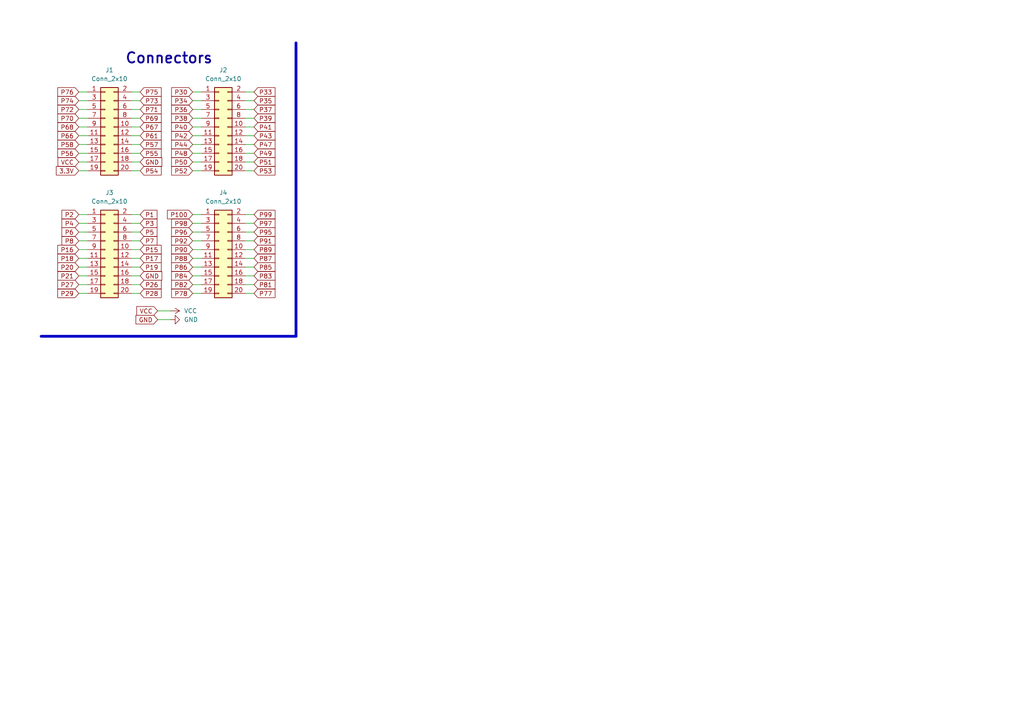
<source format=kicad_sch>
(kicad_sch (version 20250114) (generator "eeschema") (generator_version "9.0")
  (paper "A4")
  (title_block (title "EPM204 Altera board blue") (date "2025-08-29") (rev "0.0.1") (comment 1 "Manuel Alejandro Baez Ponce"))
  (lib_symbols
    (symbol "Connector_Generic:Conn_02x10_Odd_Even" (pin_names (offset 1.016) (hide yes))
      (property "Reference" "J" (at 1.27 12.7 0))
      (property "Value" "Conn_02x10_Odd_Even" (at 1.27 -15.24 0))
      (symbol "Conn_02x10_Odd_Even_1_1"
        (rectangle (start -1.27 11.43) (end 3.81 -13.97) (stroke (width 0.254)) (fill (type background)))
        (rectangle (start -1.27 10.287) (end 0 10.033) (stroke (width 0.1524)))
        (rectangle (start -1.27 7.747) (end 0 7.493) (stroke (width 0.1524)))
        (rectangle (start -1.27 5.207) (end 0 4.953) (stroke (width 0.1524)))
        (rectangle (start -1.27 2.667) (end 0 2.413) (stroke (width 0.1524)))
        (rectangle (start -1.27 0.127) (end 0 -0.127) (stroke (width 0.1524)))
        (rectangle (start -1.27 -2.413) (end 0 -2.667) (stroke (width 0.1524)))
        (rectangle (start -1.27 -4.953) (end 0 -5.207) (stroke (width 0.1524)))
        (rectangle (start -1.27 -7.493) (end 0 -7.747) (stroke (width 0.1524)))
        (rectangle (start -1.27 -10.033) (end 0 -10.287) (stroke (width 0.1524)))
        (rectangle (start -1.27 -12.573) (end 0 -12.827) (stroke (width 0.1524)))
        (rectangle (start 3.81 10.287) (end 2.54 10.033) (stroke (width 0.1524)))
        (rectangle (start 3.81 7.747) (end 2.54 7.493) (stroke (width 0.1524)))
        (rectangle (start 3.81 5.207) (end 2.54 4.953) (stroke (width 0.1524)))
        (rectangle (start 3.81 2.667) (end 2.54 2.413) (stroke (width 0.1524)))
        (rectangle (start 3.81 0.127) (end 2.54 -0.127) (stroke (width 0.1524)))
        (rectangle (start 3.81 -2.413) (end 2.54 -2.667) (stroke (width 0.1524)))
        (rectangle (start 3.81 -4.953) (end 2.54 -5.207) (stroke (width 0.1524)))
        (rectangle (start 3.81 -7.493) (end 2.54 -7.747) (stroke (width 0.1524)))
        (rectangle (start 3.81 -10.033) (end 2.54 -10.287) (stroke (width 0.1524)))
        (rectangle (start 3.81 -12.573) (end 2.54 -12.827) (stroke (width 0.1524)))
        (pin passive line (at -5.08 10.16 0) (length 3.81) (name "Pin_1") (number "1"))
        (pin passive line (at -5.08 7.62 0) (length 3.81) (name "Pin_3") (number "3"))
        (pin passive line (at -5.08 5.08 0) (length 3.81) (name "Pin_5") (number "5"))
        (pin passive line (at -5.08 2.54 0) (length 3.81) (name "Pin_7") (number "7"))
        (pin passive line (at -5.08 0 0) (length 3.81) (name "Pin_9") (number "9"))
        (pin passive line (at -5.08 -2.54 0) (length 3.81) (name "Pin_11") (number "11"))
        (pin passive line (at -5.08 -5.08 0) (length 3.81) (name "Pin_13") (number "13"))
        (pin passive line (at -5.08 -7.62 0) (length 3.81) (name "Pin_15") (number "15"))
        (pin passive line (at -5.08 -10.16 0) (length 3.81) (name "Pin_17") (number "17"))
        (pin passive line (at -5.08 -12.7 0) (length 3.81) (name "Pin_19") (number "19"))
        (pin passive line (at 7.62 10.16 180) (length 3.81) (name "Pin_2") (number "2"))
        (pin passive line (at 7.62 7.62 180) (length 3.81) (name "Pin_4") (number "4"))
        (pin passive line (at 7.62 5.08 180) (length 3.81) (name "Pin_6") (number "6"))
        (pin passive line (at 7.62 2.54 180) (length 3.81) (name "Pin_8") (number "8"))
        (pin passive line (at 7.62 0 180) (length 3.81) (name "Pin_10") (number "10"))
        (pin passive line (at 7.62 -2.54 180) (length 3.81) (name "Pin_12") (number "12"))
        (pin passive line (at 7.62 -5.08 180) (length 3.81) (name "Pin_14") (number "14"))
        (pin passive line (at 7.62 -7.62 180) (length 3.81) (name "Pin_16") (number "16"))
        (pin passive line (at 7.62 -10.16 180) (length 3.81) (name "Pin_18") (number "18"))
        (pin passive line (at 7.62 -12.7 180) (length 3.81) (name "Pin_20") (number "20"))
      )
    )
    (symbol "power:GND" (power) (pin_numbers (hide yes)) (pin_names (offset 0) (hide yes))
      (property "Value" "GND" (at 0 -3.81 0))
      (symbol "GND_0_1"
        (polyline (pts (xy 0 0) (xy 0 -1.27) (xy 1.27 -1.27) (xy 0 -2.54) (xy -1.27 -1.27) (xy 0 -1.27)))
      )
      (symbol "GND_1_1"
        (pin power_in line (at 0 0 270) (length 0) (name "~") (number "1"))
      )
    )
    (symbol "power:VCC" (power) (pin_numbers (hide yes)) (pin_names (offset 0) (hide yes))
      (property "Value" "VCC" (at 0 3.556 0))
      (symbol "VCC_0_1"
        (polyline (pts (xy -0.762 1.27) (xy 0 2.54)))
        (polyline (pts (xy 0 2.54) (xy 0.762 1.27)))
        (polyline (pts (xy 0 0) (xy 0 2.54)))
      )
      (symbol "VCC_1_1"
        (pin power_in line (at 0 0 90) (length 0) (name "~") (number "1"))
      )
    )
  )
  (text "Connectors" (at 49.022 17.018 0) (effects (font (size 3 3) (thickness 0.5) (bold yes))))
  (wire (pts (xy 55.88 29.21) (xy 58.42 29.21)))
  (wire (pts (xy 38.1 39.37) (xy 40.64 39.37)))
  (wire (pts (xy 55.88 34.29) (xy 58.42 34.29)))
  (wire (pts (xy 71.12 31.75) (xy 73.66 31.75)))
  (wire (pts (xy 55.88 44.45) (xy 58.42 44.45)))
  (wire (pts (xy 71.12 64.77) (xy 73.66 64.77)))
  (wire (pts (xy 38.1 49.53) (xy 40.64 49.53)))
  (wire (pts (xy 38.1 69.85) (xy 40.64 69.85)))
  (wire (pts (xy 38.1 44.45) (xy 40.64 44.45)))
  (wire (pts (xy 55.88 36.83) (xy 58.42 36.83)))
  (wire (pts (xy 22.86 44.45) (xy 25.4 44.45)))
  (wire (pts (xy 71.12 80.01) (xy 73.66 80.01)))
  (wire (pts (xy 71.12 69.85) (xy 73.66 69.85)))
  (wire (pts (xy 38.1 29.21) (xy 40.64 29.21)))
  (wire (pts (xy 55.88 74.93) (xy 58.42 74.93)))
  (polyline (pts (xy 11.938 97.536) (xy 85.852 97.536)) (stroke (width 0.8) (type solid)))
  (wire (pts (xy 71.12 26.67) (xy 73.66 26.67)))
  (wire (pts (xy 55.88 26.67) (xy 58.42 26.67)))
  (wire (pts (xy 22.86 74.93) (xy 25.4 74.93)))
  (wire (pts (xy 38.1 34.29) (xy 40.64 34.29)))
  (wire (pts (xy 38.1 80.01) (xy 40.64 80.01)))
  (wire (pts (xy 22.86 62.23) (xy 25.4 62.23)))
  (wire (pts (xy 38.1 77.47) (xy 40.64 77.47)))
  (wire (pts (xy 71.12 77.47) (xy 73.66 77.47)))
  (wire (pts (xy 22.86 39.37) (xy 25.4 39.37)))
  (wire (pts (xy 71.12 74.93) (xy 73.66 74.93)))
  (wire (pts (xy 22.86 82.55) (xy 25.4 82.55)))
  (wire (pts (xy 38.1 82.55) (xy 40.64 82.55)))
  (wire (pts (xy 38.1 74.93) (xy 40.64 74.93)))
  (wire (pts (xy 71.12 72.39) (xy 73.66 72.39)))
  (wire (pts (xy 22.86 26.67) (xy 25.4 26.67)))
  (wire (pts (xy 55.88 64.77) (xy 58.42 64.77)))
  (wire (pts (xy 22.86 29.21) (xy 25.4 29.21)))
  (wire (pts (xy 71.12 36.83) (xy 73.66 36.83)))
  (wire (pts (xy 22.86 85.09) (xy 25.4 85.09)))
  (wire (pts (xy 55.88 39.37) (xy 58.42 39.37)))
  (wire (pts (xy 22.86 64.77) (xy 25.4 64.77)))
  (wire (pts (xy 55.88 82.55) (xy 58.42 82.55)))
  (wire (pts (xy 22.86 46.99) (xy 25.4 46.99)))
  (wire (pts (xy 38.1 62.23) (xy 40.64 62.23)))
  (wire (pts (xy 55.88 31.75) (xy 58.42 31.75)))
  (wire (pts (xy 22.86 41.91) (xy 25.4 41.91)))
  (wire (pts (xy 71.12 62.23) (xy 73.66 62.23)))
  (wire (pts (xy 22.86 31.75) (xy 25.4 31.75)))
  (wire (pts (xy 71.12 44.45) (xy 73.66 44.45)))
  (wire (pts (xy 22.86 36.83) (xy 25.4 36.83)))
  (wire (pts (xy 55.88 41.91) (xy 58.42 41.91)))
  (wire (pts (xy 55.88 80.01) (xy 58.42 80.01)))
  (wire (pts (xy 38.1 85.09) (xy 40.64 85.09)))
  (wire (pts (xy 22.86 69.85) (xy 25.4 69.85)))
  (wire (pts (xy 22.86 34.29) (xy 25.4 34.29)))
  (wire (pts (xy 38.1 46.99) (xy 40.64 46.99)))
  (wire (pts (xy 22.86 49.53) (xy 25.4 49.53)))
  (wire (pts (xy 71.12 82.55) (xy 73.66 82.55)))
  (polyline (pts (xy 85.852 12.446) (xy 85.852 97.536)) (stroke (width 0.8) (type solid)))
  (wire (pts (xy 71.12 29.21) (xy 73.66 29.21)))
  (wire (pts (xy 55.88 49.53) (xy 58.42 49.53)))
  (wire (pts (xy 38.1 72.39) (xy 40.64 72.39)))
  (wire (pts (xy 55.88 62.23) (xy 58.42 62.23)))
  (wire (pts (xy 22.86 77.47) (xy 25.4 77.47)))
  (wire (pts (xy 71.12 39.37) (xy 73.66 39.37)))
  (wire (pts (xy 55.88 77.47) (xy 58.42 77.47)))
  (wire (pts (xy 71.12 41.91) (xy 73.66 41.91)))
  (wire (pts (xy 38.1 67.31) (xy 40.64 67.31)))
  (wire (pts (xy 38.1 26.67) (xy 40.64 26.67)))
  (wire (pts (xy 45.72 92.71) (xy 49.53 92.71)))
  (wire (pts (xy 55.88 46.99) (xy 58.42 46.99)))
  (wire (pts (xy 55.88 69.85) (xy 58.42 69.85)))
  (wire (pts (xy 55.88 67.31) (xy 58.42 67.31)))
  (wire (pts (xy 55.88 85.09) (xy 58.42 85.09)))
  (wire (pts (xy 38.1 64.77) (xy 40.64 64.77)))
  (wire (pts (xy 38.1 41.91) (xy 40.64 41.91)))
  (wire (pts (xy 71.12 67.31) (xy 73.66 67.31)))
  (wire (pts (xy 22.86 80.01) (xy 25.4 80.01)))
  (wire (pts (xy 22.86 67.31) (xy 25.4 67.31)))
  (wire (pts (xy 22.86 72.39) (xy 25.4 72.39)))
  (wire (pts (xy 38.1 31.75) (xy 40.64 31.75)))
  (wire (pts (xy 71.12 34.29) (xy 73.66 34.29)))
  (wire (pts (xy 38.1 36.83) (xy 40.64 36.83)))
  (wire (pts (xy 71.12 85.09) (xy 73.66 85.09)))
  (wire (pts (xy 45.72 90.17) (xy 49.53 90.17)))
  (wire (pts (xy 71.12 49.53) (xy 73.66 49.53)))
  (wire (pts (xy 55.88 72.39) (xy 58.42 72.39)))
  (wire (pts (xy 71.12 46.99) (xy 73.66 46.99)))
  (global_label "P57" (shape input) (at 40.64 41.91 0) (property "Intersheetrefs" "${INTERSHEET_REFS}" (effects (hide yes))))
  (global_label "P43" (shape input) (at 73.66 39.37 0) (property "Intersheetrefs" "${INTERSHEET_REFS}" (effects (hide yes))))
  (global_label "P2" (shape input) (at 22.86 62.23 180) (property "Intersheetrefs" "${INTERSHEET_REFS}" (effects (hide yes))))
  (global_label "VCC" (shape input) (at 45.72 90.17 180) (property "Intersheetrefs" "${INTERSHEET_REFS}" (effects (hide yes))))
  (global_label "GND" (shape input) (at 40.64 80.01 0) (property "Intersheetrefs" "${INTERSHEET_REFS}" (effects (hide yes))))
  (global_label "P96" (shape input) (at 55.88 67.31 180) (property "Intersheetrefs" "${INTERSHEET_REFS}" (effects (hide yes))))
  (global_label "P58" (shape input) (at 22.86 41.91 180) (property "Intersheetrefs" "${INTERSHEET_REFS}" (effects (hide yes))))
  (global_label "P3" (shape input) (at 40.64 64.77 0) (property "Intersheetrefs" "${INTERSHEET_REFS}" (effects (hide yes))))
  (global_label "P68" (shape input) (at 22.86 36.83 180) (property "Intersheetrefs" "${INTERSHEET_REFS}" (effects (hide yes))))
  (global_label "P41" (shape input) (at 73.66 36.83 0) (property "Intersheetrefs" "${INTERSHEET_REFS}" (effects (hide yes))))
  (global_label "P75" (shape input) (at 40.64 26.67 0) (property "Intersheetrefs" "${INTERSHEET_REFS}" (effects (hide yes))))
  (global_label "P4" (shape input) (at 22.86 64.77 180) (property "Intersheetrefs" "${INTERSHEET_REFS}" (effects (hide yes))))
  (global_label "GND" (shape input) (at 45.72 92.71 180) (effects (font (thickness 0.1588))) (property "Intersheetrefs" "${INTERSHEET_REFS}" (effects (hide yes))))
  (global_label "P90" (shape input) (at 55.88 72.39 180) (property "Intersheetrefs" "${INTERSHEET_REFS}" (effects (hide yes))))
  (global_label "P40" (shape input) (at 55.88 36.83 180) (property "Intersheetrefs" "${INTERSHEET_REFS}" (effects (hide yes))))
  (global_label "P98" (shape input) (at 55.88 64.77 180) (property "Intersheetrefs" "${INTERSHEET_REFS}" (effects (hide yes))))
  (global_label "P89" (shape input) (at 73.66 72.39 0) (property "Intersheetrefs" "${INTERSHEET_REFS}" (effects (hide yes))))
  (global_label "P55" (shape input) (at 40.64 44.45 0) (property "Intersheetrefs" "${INTERSHEET_REFS}" (effects (hide yes))))
  (global_label "P72" (shape input) (at 22.86 31.75 180) (property "Intersheetrefs" "${INTERSHEET_REFS}" (effects (hide yes))))
  (global_label "P97" (shape input) (at 73.66 64.77 0) (property "Intersheetrefs" "${INTERSHEET_REFS}" (effects (hide yes))))
  (global_label "P6" (shape input) (at 22.86 67.31 180) (property "Intersheetrefs" "${INTERSHEET_REFS}" (effects (hide yes))))
  (global_label "P47" (shape input) (at 73.66 41.91 0) (property "Intersheetrefs" "${INTERSHEET_REFS}" (effects (hide yes))))
  (global_label "P73" (shape input) (at 40.64 29.21 0) (property "Intersheetrefs" "${INTERSHEET_REFS}" (effects (hide yes))))
  (global_label "P28" (shape input) (at 40.64 85.09 0) (property "Intersheetrefs" "${INTERSHEET_REFS}" (effects (hide yes))))
  (global_label "P18" (shape input) (at 22.86 74.93 180) (property "Intersheetrefs" "${INTERSHEET_REFS}" (effects (hide yes))))
  (global_label "P56" (shape input) (at 22.86 44.45 180) (property "Intersheetrefs" "${INTERSHEET_REFS}" (effects (hide yes))))
  (global_label "P100" (shape input) (at 55.88 62.23 180) (property "Intersheetrefs" "${INTERSHEET_REFS}" (effects (hide yes))))
  (global_label "VCC" (shape input) (at 22.86 46.99 180) (property "Intersheetrefs" "${INTERSHEET_REFS}" (effects (hide yes))))
  (global_label "P82" (shape input) (at 55.88 82.55 180) (property "Intersheetrefs" "${INTERSHEET_REFS}" (effects (hide yes))))
  (global_label "P44" (shape input) (at 55.88 41.91 180) (property "Intersheetrefs" "${INTERSHEET_REFS}" (effects (hide yes))))
  (global_label "P52" (shape input) (at 55.88 49.53 180) (property "Intersheetrefs" "${INTERSHEET_REFS}" (effects (hide yes))))
  (global_label "P83" (shape input) (at 73.66 80.01 0) (property "Intersheetrefs" "${INTERSHEET_REFS}" (effects (hide yes))))
  (global_label "P76" (shape input) (at 22.86 26.67 180) (property "Intersheetrefs" "${INTERSHEET_REFS}" (effects (hide yes))))
  (global_label "P26" (shape input) (at 40.64 82.55 0) (effects (font (thickness 0.1588))) (property "Intersheetrefs" "${INTERSHEET_REFS}" (effects (hide yes))))
  (global_label "P99" (shape input) (at 73.66 62.23 0) (property "Intersheetrefs" "${INTERSHEET_REFS}" (effects (hide yes))))
  (global_label "P15" (shape input) (at 40.64 72.39 0) (property "Intersheetrefs" "${INTERSHEET_REFS}" (effects (hide yes))))
  (global_label "P81" (shape input) (at 73.66 82.55 0) (property "Intersheetrefs" "${INTERSHEET_REFS}" (effects (hide yes))))
  (global_label "P67" (shape input) (at 40.64 36.83 0) (property "Intersheetrefs" "${INTERSHEET_REFS}" (effects (hide yes))))
  (global_label "P53" (shape input) (at 73.66 49.53 0) (property "Intersheetrefs" "${INTERSHEET_REFS}" (effects (hide yes))))
  (global_label "P77" (shape input) (at 73.66 85.09 0) (property "Intersheetrefs" "${INTERSHEET_REFS}" (effects (hide yes))))
  (global_label "3.3V" (shape input) (at 22.86 49.53 180) (property "Intersheetrefs" "${INTERSHEET_REFS}" (effects (hide yes))))
  (global_label "P5" (shape input) (at 40.64 67.31 0) (property "Intersheetrefs" "${INTERSHEET_REFS}" (effects (hide yes))))
  (global_label "P61" (shape input) (at 40.64 39.37 0) (property "Intersheetrefs" "${INTERSHEET_REFS}" (effects (hide yes))))
  (global_label "P70" (shape input) (at 22.86 34.29 180) (property "Intersheetrefs" "${INTERSHEET_REFS}" (effects (hide yes))))
  (global_label "P87" (shape input) (at 73.66 74.93 0) (property "Intersheetrefs" "${INTERSHEET_REFS}" (effects (hide yes))))
  (global_label "P33" (shape input) (at 73.66 26.67 0) (property "Intersheetrefs" "${INTERSHEET_REFS}" (effects (hide yes))))
  (global_label "P34" (shape input) (at 55.88 29.21 180) (property "Intersheetrefs" "${INTERSHEET_REFS}" (effects (hide yes))))
  (global_label "P16" (shape input) (at 22.86 72.39 180) (property "Intersheetrefs" "${INTERSHEET_REFS}" (effects (hide yes))))
  (global_label "P85" (shape input) (at 73.66 77.47 0) (property "Intersheetrefs" "${INTERSHEET_REFS}" (effects (hide yes))))
  (global_label "P36" (shape input) (at 55.88 31.75 180) (property "Intersheetrefs" "${INTERSHEET_REFS}" (effects (hide yes))))
  (global_label "GND" (shape input) (at 40.64 46.99 0) (effects (font (thickness 0.1588))) (property "Intersheetrefs" "${INTERSHEET_REFS}" (effects (hide yes))))
  (global_label "P78" (shape input) (at 55.88 85.09 180) (property "Intersheetrefs" "${INTERSHEET_REFS}" (effects (hide yes))))
  (global_label "P21" (shape input) (at 22.86 80.01 180) (effects (font (thickness 0.1588))) (property "Intersheetrefs" "${INTERSHEET_REFS}" (effects (hide yes))))
  (global_label "P50" (shape input) (at 55.88 46.99 180) (property "Intersheetrefs" "${INTERSHEET_REFS}" (effects (hide yes))))
  (global_label "P35" (shape input) (at 73.66 29.21 0) (property "Intersheetrefs" "${INTERSHEET_REFS}" (effects (hide yes))))
  (global_label "P88" (shape input) (at 55.88 74.93 180) (property "Intersheetrefs" "${INTERSHEET_REFS}" (effects (hide yes))))
  (global_label "P74" (shape input) (at 22.86 29.21 180) (property "Intersheetrefs" "${INTERSHEET_REFS}" (effects (hide yes))))
  (global_label "P48" (shape input) (at 55.88 44.45 180) (property "Intersheetrefs" "${INTERSHEET_REFS}" (effects (hide yes))))
  (global_label "P30" (shape input) (at 55.88 26.67 180) (property "Intersheetrefs" "${INTERSHEET_REFS}" (effects (hide yes))))
  (global_label "P49" (shape input) (at 73.66 44.45 0) (property "Intersheetrefs" "${INTERSHEET_REFS}" (effects (hide yes))))
  (global_label "P95" (shape input) (at 73.66 67.31 0) (property "Intersheetrefs" "${INTERSHEET_REFS}" (effects (hide yes))))
  (global_label "P17" (shape input) (at 40.64 74.93 0) (property "Intersheetrefs" "${INTERSHEET_REFS}" (effects (hide yes))))
  (global_label "P91" (shape input) (at 73.66 69.85 0) (property "Intersheetrefs" "${INTERSHEET_REFS}" (effects (hide yes))))
  (global_label "P54" (shape input) (at 40.64 49.53 0) (property "Intersheetrefs" "${INTERSHEET_REFS}" (effects (hide yes))))
  (global_label "P71" (shape input) (at 40.64 31.75 0) (property "Intersheetrefs" "${INTERSHEET_REFS}" (effects (hide yes))))
  (global_label "P19" (shape input) (at 40.64 77.47 0) (property "Intersheetrefs" "${INTERSHEET_REFS}" (effects (hide yes))))
  (global_label "P51" (shape input) (at 73.66 46.99 0) (property "Intersheetrefs" "${INTERSHEET_REFS}" (effects (hide yes))))
  (global_label "P92" (shape input) (at 55.88 69.85 180) (property "Intersheetrefs" "${INTERSHEET_REFS}" (effects (hide yes))))
  (global_label "P38" (shape input) (at 55.88 34.29 180) (property "Intersheetrefs" "${INTERSHEET_REFS}" (effects (hide yes))))
  (global_label "P69" (shape input) (at 40.64 34.29 0) (property "Intersheetrefs" "${INTERSHEET_REFS}" (effects (hide yes))))
  (global_label "P7" (shape input) (at 40.64 69.85 0) (property "Intersheetrefs" "${INTERSHEET_REFS}" (effects (hide yes))))
  (global_label "P66" (shape input) (at 22.86 39.37 180) (property "Intersheetrefs" "${INTERSHEET_REFS}" (effects (hide yes))))
  (global_label "P84" (shape input) (at 55.88 80.01 180) (property "Intersheetrefs" "${INTERSHEET_REFS}" (effects (hide yes))))
  (global_label "P86" (shape input) (at 55.88 77.47 180) (property "Intersheetrefs" "${INTERSHEET_REFS}" (effects (hide yes))))
  (global_label "P8" (shape input) (at 22.86 69.85 180) (property "Intersheetrefs" "${INTERSHEET_REFS}" (effects (hide yes))))
  (global_label "P39" (shape input) (at 73.66 34.29 0) (property "Intersheetrefs" "${INTERSHEET_REFS}" (effects (hide yes))))
  (global_label "P29" (shape input) (at 22.86 85.09 180) (effects (font (thickness 0.1588))) (property "Intersheetrefs" "${INTERSHEET_REFS}" (effects (hide yes))))
  (global_label "P42" (shape input) (at 55.88 39.37 180) (property "Intersheetrefs" "${INTERSHEET_REFS}" (effects (hide yes))))
  (global_label "P20" (shape input) (at 22.86 77.47 180) (effects (font (thickness 0.1588))) (property "Intersheetrefs" "${INTERSHEET_REFS}" (effects (hide yes))))
  (global_label "P37" (shape input) (at 73.66 31.75 0) (property "Intersheetrefs" "${INTERSHEET_REFS}" (effects (hide yes))))
  (global_label "P1" (shape input) (at 40.64 62.23 0) (property "Intersheetrefs" "${INTERSHEET_REFS}" (effects (hide yes))))
  (global_label "P27" (shape input) (at 22.86 82.55 180) (property "Intersheetrefs" "${INTERSHEET_REFS}" (effects (hide yes))))
  (symbol (lib_id "power:GND") (at 49.53 92.71 90) (unit 1)
    (property "Reference" "#PWR02" (effects (hide yes)))
    (property "Value" "GND" (at 53.34 92.7099 90) (effects (justify right)))
    (property "Description" "Power symbol creates a global label with name \"GND\" , ground" (effects (hide yes)))
  )
  (symbol (lib_id "Connector_Generic:Conn_02x10_Odd_Even") (at 63.5 72.39 0) (unit 1)
    (property "Reference" "J4" (at 64.77 55.88 0))
    (property "Value" "Conn_2x10" (at 64.77 58.42 0))
    (property "Footprint" "Connector_PinSocket_2.54mm:PinSocket_2x10_P2.54mm_Vertical" (effects (hide yes)))
    (property "Description" "Generic connector, double row, 02x10, odd/even pin numbering scheme (row 1 odd numbers, row 2 even numbers), script generated (kicad-library-utils/schlib/autogen/connector/)" (effects (hide yes)))
  )
  (symbol (lib_id "power:VCC") (at 49.53 90.17 270) (unit 1)
    (property "Reference" "#PWR01" (effects (hide yes)))
    (property "Value" "VCC" (at 53.34 90.1699 90) (effects (justify left)))
    (property "Description" "Power symbol creates a global label with name \"VCC\"" (effects (hide yes)))
  )
  (symbol (lib_id "Connector_Generic:Conn_02x10_Odd_Even") (at 30.48 36.83 0) (unit 1)
    (property "Reference" "J1" (at 31.75 20.32 0))
    (property "Value" "Conn_2x10" (at 31.75 22.86 0))
    (property "Footprint" "Connector_PinSocket_2.54mm:PinSocket_2x10_P2.54mm_Vertical" (effects (hide yes)))
    (property "Description" "Generic connector, double row, 02x10, odd/even pin numbering scheme (row 1 odd numbers, row 2 even numbers), script generated (kicad-library-utils/schlib/autogen/connector/)" (effects (hide yes)))
  )
  (symbol (lib_id "Connector_Generic:Conn_02x10_Odd_Even") (at 63.5 36.83 0) (unit 1)
    (property "Reference" "J2" (at 64.77 20.32 0))
    (property "Value" "Conn_2x10" (at 64.77 22.86 0))
    (property "Footprint" "Connector_PinSocket_2.54mm:PinSocket_2x10_P2.54mm_Vertical" (effects (hide yes)))
    (property "Description" "Generic connector, double row, 02x10, odd/even pin numbering scheme (row 1 odd numbers, row 2 even numbers), script generated (kicad-library-utils/schlib/autogen/connector/)" (effects (hide yes)))
  )
  (symbol (lib_id "Connector_Generic:Conn_02x10_Odd_Even") (at 30.48 72.39 0) (unit 1)
    (property "Reference" "J3" (at 31.75 55.88 0))
    (property "Value" "Conn_2x10" (at 31.75 58.42 0))
    (property "Footprint" "Connector_PinSocket_2.54mm:PinSocket_2x10_P2.54mm_Vertical" (effects (hide yes)))
    (property "Description" "Generic connector, double row, 02x10, odd/even pin numbering scheme (row 1 odd numbers, row 2 even numbers), script generated (kicad-library-utils/schlib/autogen/connector/)" (effects (hide yes)))
  )
)
</source>
